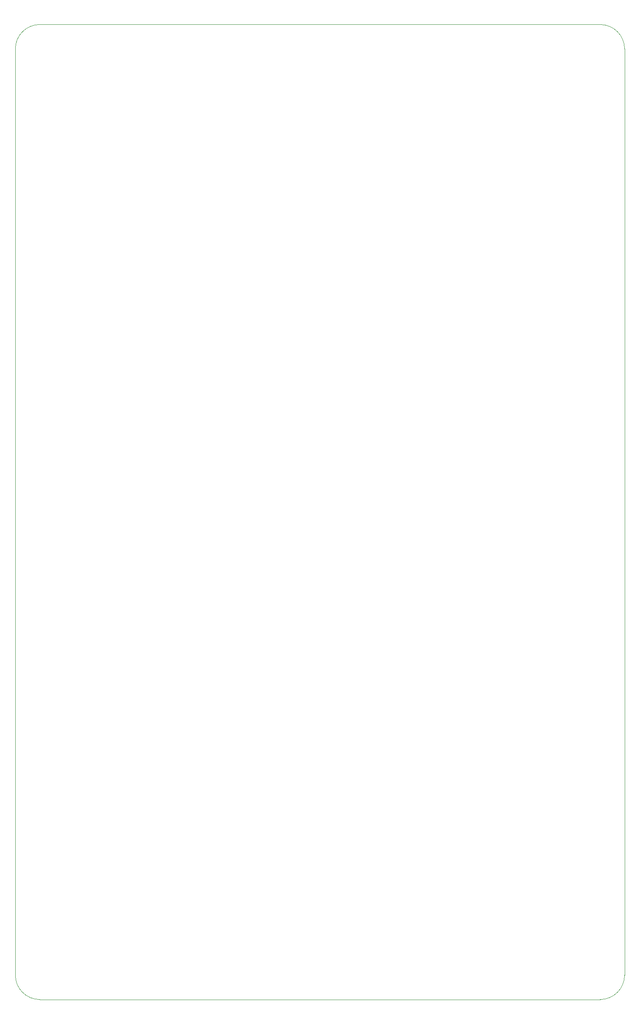
<source format=gm1>
G04 Layer_Color=65280*
%FSLAX44Y44*%
%MOMM*%
G71*
G01*
G75*
%ADD173C,0.0500*%
D173*
X0Y50000D02*
G03*
X50000Y0I50000J0D01*
G01*
X50000Y2000000D02*
G03*
X0Y1950000I0J-50000D01*
G01*
X1250000Y1950000D02*
G03*
X1200000Y2000000I-50000J0D01*
G01*
Y0D02*
G03*
X1250000Y50000I0J50000D01*
G01*
X0D02*
Y1950000D01*
X1250000Y50000D02*
Y1950000D01*
X50000Y0D02*
X1200000D01*
X50000Y2000000D02*
X1200000D01*
M02*

</source>
